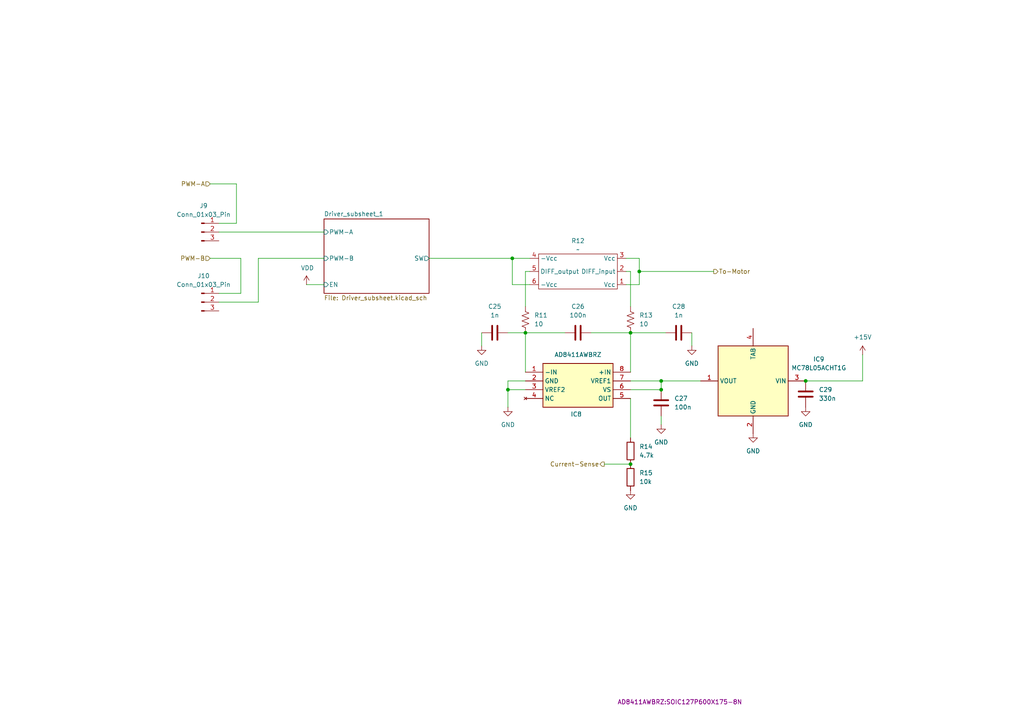
<source format=kicad_sch>
(kicad_sch (version 20231120) (generator "eeschema") (generator_version "8.0")
  (paper "A4")
  (lib_symbols
    (symbol "AD8411AWBRZ:AD8411AWBRZ"
      (property "Reference" "IC" (at 26.67 7.62 0))
      (property "Value" "AD8411AWBRZ" (at 26.67 5.08 0))
      (symbol "AD8411AWBRZ_1_1"
        (rectangle (start 5.08 2.54) (end 25.4 -10.16) (stroke (width 0.254)) (fill (type background)))
        (pin passive line (at 0 0 0) (length 5.08) (name "-IN") (number "1"))
        (pin passive line (at 0 -2.54 0) (length 5.08) (name "GND") (number "2"))
        (pin passive line (at 0 -5.08 0) (length 5.08) (name "VREF2") (number "3"))
        (pin no_connect line (at 0 -7.62 0) (length 5.08) (name "NC") (number "4"))
        (pin passive line (at 30.48 -7.62 180) (length 5.08) (name "OUT") (number "5"))
        (pin passive line (at 30.48 -5.08 180) (length 5.08) (name "VS") (number "6"))
        (pin passive line (at 30.48 -2.54 180) (length 5.08) (name "VREF1") (number "7"))
        (pin passive line (at 30.48 0 180) (length 5.08) (name "+IN") (number "8"))
      )
    )
    (symbol "Connector:Conn_01x03_Pin" (pin_names (offset 1.016) hide)
      (property "Reference" "J" (at 0 5.08 0))
      (property "Value" "Conn_01x03_Pin" (at 0 -5.08 0))
      (symbol "Conn_01x03_Pin_1_1"
        (polyline (pts (xy 1.27 -2.54) (xy 0.8636 -2.54)) (stroke (width 0.1524)))
        (polyline (pts (xy 1.27 0) (xy 0.8636 0)) (stroke (width 0.1524)))
        (polyline (pts (xy 1.27 2.54) (xy 0.8636 2.54)) (stroke (width 0.1524)))
        (rectangle (start 0.8636 -2.413) (end 0 -2.667) (stroke (width 0.1524)) (fill (type outline)))
        (rectangle (start 0.8636 0.127) (end 0 -0.127) (stroke (width 0.1524)) (fill (type outline)))
        (rectangle (start 0.8636 2.667) (end 0 2.413) (stroke (width 0.1524)) (fill (type outline)))
        (pin passive line (at 5.08 2.54 180) (length 3.81) (name "Pin_1") (number "1"))
        (pin passive line (at 5.08 0 180) (length 3.81) (name "Pin_2") (number "2"))
        (pin passive line (at 5.08 -2.54 180) (length 3.81) (name "Pin_3") (number "3"))
      )
    )
    (symbol "Device:C" (pin_numbers hide) (pin_names (offset 0.254))
      (property "Reference" "C" (at 0.635 2.54 0))
      (property "Value" "C" (at 0.635 -2.54 0))
      (symbol "C_0_1"
        (polyline (pts (xy -2.032 -0.762) (xy 2.032 -0.762)) (stroke (width 0.508)))
        (polyline (pts (xy -2.032 0.762) (xy 2.032 0.762)) (stroke (width 0.508)))
      )
      (symbol "C_1_1"
        (pin passive line (at 0 3.81 270) (length 2.794) (name "~") (number "1"))
        (pin passive line (at 0 -3.81 90) (length 2.794) (name "~") (number "2"))
      )
    )
    (symbol "Device:R" (pin_numbers hide) (pin_names (offset 0))
      (property "Reference" "R" (at 2.032 0 90))
      (property "Value" "R" (at 0 0 90))
      (symbol "R_0_1"
        (rectangle (start -1.016 -2.54) (end 1.016 2.54) (stroke (width 0.254)))
      )
      (symbol "R_1_1"
        (pin passive line (at 0 3.81 270) (length 1.27) (name "~") (number "1"))
        (pin passive line (at 0 -3.81 90) (length 1.27) (name "~") (number "2"))
      )
    )
    (symbol "Device:R_US" (pin_numbers hide) (pin_names (offset 0))
      (property "Reference" "R" (at 2.54 0 90))
      (property "Value" "R_US" (at -2.54 0 90))
      (symbol "R_US_0_1"
        (polyline (pts (xy 0 -2.286) (xy 0 -2.54)))
        (polyline (pts (xy 0 2.286) (xy 0 2.54)))
        (polyline (pts (xy 0 -0.762) (xy 1.016 -1.143) (xy 0 -1.524) (xy -1.016 -1.905) (xy 0 -2.286)))
        (polyline (pts (xy 0 0.762) (xy 1.016 0.381) (xy 0 0) (xy -1.016 -0.381) (xy 0 -0.762)))
        (polyline (pts (xy 0 2.286) (xy 1.016 1.905) (xy 0 1.524) (xy -1.016 1.143) (xy 0 0.762)))
      )
      (symbol "R_US_1_1"
        (pin passive line (at 0 3.81 270) (length 1.27) (name "~") (number "1"))
        (pin passive line (at 0 -3.81 90) (length 1.27) (name "~") (number "2"))
      )
    )
    (symbol "MC78L05ACHT1G:MC78L05ACHT1G"
      (property "Reference" "IC" (at 26.67 15.24 0))
      (property "Value" "MC78L05ACHT1G" (at 26.67 12.7 0))
      (symbol "MC78L05ACHT1G_1_1"
        (rectangle (start 5.08 10.16) (end 25.4 -10.16) (stroke (width 0.254)) (fill (type background)))
        (pin passive line (at 0 0 0) (length 5.08) (name "VOUT") (number "1"))
        (pin passive line (at 15.24 -15.24 90) (length 5.08) (name "GND") (number "2"))
        (pin passive line (at 30.48 0 180) (length 5.08) (name "VIN") (number "3"))
        (pin passive line (at 15.24 15.24 270) (length 5.08) (name "TAB") (number "4"))
      )
    )
    (symbol "R_m_schematic_Library:Rm"
      (property "Reference" "R" (at 0 8.636 0))
      (symbol "Rm_1_1"
        (rectangle (start -11.43 11.43) (end 11.43 1.27))
        (pin bidirectional line (at -13.97 10.16 0) (length 2.54) (name "Vcc") (number "1"))
        (pin bidirectional line (at -13.97 6.35 0) (length 2.54) (name "DIFF_input") (number "2"))
        (pin bidirectional line (at -13.97 2.54 0) (length 2.54) (name "Vcc") (number "3"))
        (pin bidirectional line (at 13.97 2.54 180) (length 2.54) (name "-Vcc") (number "4"))
        (pin bidirectional line (at 13.97 6.35 180) (length 2.54) (name "DIFF_output") (number "5"))
        (pin bidirectional line (at 13.97 10.16 180) (length 2.54) (name "-Vcc") (number "6"))
      )
    )
    (symbol "power:+15V" (power) (pin_numbers hide) (pin_names (offset 0) hide)
      (property "Value" "+15V" (at 0 3.556 0))
      (symbol "+15V_0_1"
        (polyline (pts (xy -0.762 1.27) (xy 0 2.54)))
        (polyline (pts (xy 0 0) (xy 0 2.54)))
        (polyline (pts (xy 0 2.54) (xy 0.762 1.27)))
      )
      (symbol "+15V_1_1"
        (pin power_in line (at 0 0 90) (length 0) (name "~") (number "1"))
      )
    )
    (symbol "power:GND" (power) (pin_numbers hide) (pin_names (offset 0) hide)
      (property "Value" "GND" (at 0 -3.81 0))
      (symbol "GND_0_1"
        (polyline (pts (xy 0 0) (xy 0 -1.27) (xy 1.27 -1.27) (xy 0 -2.54) (xy -1.27 -1.27) (xy 0 -1.27)))
      )
      (symbol "GND_1_1"
        (pin power_in line (at 0 0 270) (length 0) (name "~") (number "1"))
      )
    )
    (symbol "power:VDD" (power) (pin_numbers hide) (pin_names (offset 0) hide)
      (property "Value" "VDD" (at 0 3.556 0))
      (symbol "VDD_0_1"
        (polyline (pts (xy -0.762 1.27) (xy 0 2.54)))
        (polyline (pts (xy 0 0) (xy 0 2.54)))
        (polyline (pts (xy 0 2.54) (xy 0.762 1.27)))
      )
      (symbol "VDD_1_1"
        (pin power_in line (at 0 0 90) (length 0) (name "~") (number "1"))
      )
    )
  )
  (junction (at 148.59 74.93))
  (junction (at 191.77 113.03))
  (junction (at 152.4 96.52))
  (junction (at 233.68 110.49))
  (junction (at 191.77 110.49))
  (junction (at 185.42 78.74))
  (junction (at 182.88 96.52))
  (junction (at 182.88 134.62))
  (junction (at 147.32 113.03))
  (wire (pts (xy 147.32 110.49) (xy 147.32 113.03)))
  (wire (pts (xy 74.93 74.93) (xy 74.93 87.63)))
  (wire (pts (xy 124.46 74.93) (xy 148.59 74.93)))
  (wire (pts (xy 152.4 78.74) (xy 153.67 78.74)))
  (wire (pts (xy 175.26 134.62) (xy 182.88 134.62)))
  (wire (pts (xy 153.67 82.55) (xy 148.59 82.55)))
  (wire (pts (xy 163.83 96.52) (xy 152.4 96.52)))
  (wire (pts (xy 147.32 113.03) (xy 147.32 118.11)))
  (wire (pts (xy 185.42 74.93) (xy 185.42 78.74)))
  (wire (pts (xy 182.88 96.52) (xy 182.88 107.95)))
  (wire (pts (xy 152.4 96.52) (xy 152.4 107.95)))
  (wire (pts (xy 182.88 96.52) (xy 193.04 96.52)))
  (wire (pts (xy 191.77 110.49) (xy 203.2 110.49)))
  (wire (pts (xy 250.19 102.87) (xy 250.19 110.49)))
  (wire (pts (xy 185.42 78.74) (xy 185.42 82.55)))
  (wire (pts (xy 191.77 113.03) (xy 191.77 110.49)))
  (wire (pts (xy 60.96 53.34) (xy 68.58 53.34)))
  (wire (pts (xy 93.98 74.93) (xy 74.93 74.93)))
  (wire (pts (xy 181.61 74.93) (xy 185.42 74.93)))
  (wire (pts (xy 171.45 96.52) (xy 182.88 96.52)))
  (wire (pts (xy 74.93 87.63) (xy 63.5 87.63)))
  (wire (pts (xy 182.88 115.57) (xy 182.88 127)))
  (wire (pts (xy 191.77 120.65) (xy 191.77 123.19)))
  (wire (pts (xy 182.88 110.49) (xy 191.77 110.49)))
  (wire (pts (xy 68.58 53.34) (xy 68.58 64.77)))
  (wire (pts (xy 148.59 74.93) (xy 148.59 82.55)))
  (wire (pts (xy 185.42 82.55) (xy 181.61 82.55)))
  (wire (pts (xy 182.88 88.9) (xy 182.88 78.74)))
  (wire (pts (xy 182.88 78.74) (xy 181.61 78.74)))
  (wire (pts (xy 60.96 74.93) (xy 69.85 74.93)))
  (wire (pts (xy 250.19 110.49) (xy 233.68 110.49)))
  (wire (pts (xy 63.5 67.31) (xy 93.98 67.31)))
  (wire (pts (xy 152.4 88.9) (xy 152.4 78.74)))
  (wire (pts (xy 68.58 64.77) (xy 63.5 64.77)))
  (wire (pts (xy 185.42 78.74) (xy 207.01 78.74)))
  (wire (pts (xy 147.32 96.52) (xy 152.4 96.52)))
  (wire (pts (xy 152.4 113.03) (xy 147.32 113.03)))
  (wire (pts (xy 63.5 85.09) (xy 69.85 85.09)))
  (wire (pts (xy 139.7 96.52) (xy 139.7 100.33)))
  (wire (pts (xy 200.66 96.52) (xy 200.66 100.33)))
  (wire (pts (xy 152.4 110.49) (xy 147.32 110.49)))
  (wire (pts (xy 148.59 74.93) (xy 153.67 74.93)))
  (wire (pts (xy 69.85 74.93) (xy 69.85 85.09)))
  (wire (pts (xy 88.9 82.55) (xy 93.98 82.55)))
  (wire (pts (xy 182.88 113.03) (xy 191.77 113.03)))
  (hierarchical_label "PWM-B" (shape input) (at 60.96 74.93 180))
  (hierarchical_label "To-Motor" (shape output) (at 207.01 78.74 0))
  (hierarchical_label "Current-Sense" (shape output) (at 175.26 134.62 180))
  (hierarchical_label "PWM-A" (shape input) (at 60.96 53.34 180))
  (symbol (lib_id "Device:C") (at 143.51 96.52 90) (unit 1)
    (property "Reference" "C25" (at 143.51 88.9 90))
    (property "Value" "1n" (at 143.51 91.44 90))
    (property "Footprint" "Capacitor_SMD:C_0805_2012Metric" (effects (hide yes)))
    (property "Description" "Unpolarized capacitor" (effects (hide yes)))
    (instances (project "ESC_Texas" (path "" (reference "C25") (unit 1)) (path "" (reference "C20") (unit 1)) (path "" (reference "C15") (unit 1))))
  )
  (symbol (lib_id "Connector:Conn_01x03_Pin") (at 58.42 67.31 0) (unit 1)
    (property "Reference" "J9" (at 59.055 59.69 0))
    (property "Value" "Conn_01x03_Pin" (at 59.055 62.23 0))
    (property "Footprint" "Connector_PinHeader_2.54mm:PinHeader_1x03_P2.54mm_Vertical" (effects (hide yes)))
    (property "Description" "Generic connector, single row, 01x03, script generated" (effects (hide yes)))
    (instances (project "ESC_Texas" (path "" (reference "J9") (unit 1)) (path "" (reference "J7") (unit 1)) (path "" (reference "J5") (unit 1))))
  )
  (symbol (lib_id "power:GND") (at 233.68 118.11 0) (unit 1)
    (property "Reference" "#PWR065" (effects (hide yes)))
    (property "Value" "GND" (at 233.68 123.19 0))
    (property "Description" "Power symbol creates a global label with name \"GND\" , ground" (effects (hide yes)))
    (instances (project "ESC_Texas" (path "" (reference "#PWR065") (unit 1)) (path "" (reference "#PWR046") (unit 1)) (path "" (reference "#PWR037") (unit 1))))
  )
  (symbol (lib_id "power:GND") (at 139.7 100.33 0) (unit 1)
    (property "Reference" "#PWR059" (effects (hide yes)))
    (property "Value" "GND" (at 139.7 105.41 0))
    (property "Description" "Power symbol creates a global label with name \"GND\" , ground" (effects (hide yes)))
    (instances (project "ESC_Texas" (path "" (reference "#PWR059") (unit 1)) (path "" (reference "#PWR040") (unit 1)) (path "" (reference "#PWR031") (unit 1))))
  )
  (symbol (lib_id "Device:C") (at 233.68 114.3 180) (unit 1)
    (property "Reference" "C29" (at 237.49 113.0299 0) (effects (justify right)))
    (property "Value" "330n" (at 237.49 115.5699 0) (effects (justify right)))
    (property "Footprint" "Capacitor_SMD:C_0805_2012Metric" (effects (hide yes)))
    (property "Description" "Unpolarized capacitor" (effects (hide yes)))
    (instances (project "ESC_Texas" (path "" (reference "C29") (unit 1)) (path "" (reference "C24") (unit 1)) (path "" (reference "C19") (unit 1))))
  )
  (symbol (lib_id "power:GND") (at 191.77 123.19 0) (unit 1)
    (property "Reference" "#PWR062" (effects (hide yes)))
    (property "Value" "GND" (at 191.77 128.27 0))
    (property "Description" "Power symbol creates a global label with name \"GND\" , ground" (effects (hide yes)))
    (instances (project "ESC_Texas" (path "" (reference "#PWR062") (unit 1)) (path "" (reference "#PWR043") (unit 1)) (path "" (reference "#PWR034") (unit 1))))
  )
  (symbol (lib_id "Device:C") (at 191.77 116.84 0) (unit 1)
    (property "Reference" "C27" (at 195.58 115.5699 0) (effects (justify left)))
    (property "Value" "100n" (at 195.58 118.1099 0) (effects (justify left)))
    (property "Footprint" "Capacitor_SMD:C_0805_2012Metric" (effects (hide yes)))
    (property "Description" "Unpolarized capacitor" (effects (hide yes)))
    (instances (project "ESC_Texas" (path "" (reference "C27") (unit 1)) (path "" (reference "C22") (unit 1)) (path "" (reference "C17") (unit 1))))
  )
  (symbol (lib_id "Connector:Conn_01x03_Pin") (at 58.42 87.63 0) (unit 1)
    (property "Reference" "J10" (at 59.055 80.01 0))
    (property "Value" "Conn_01x03_Pin" (at 59.055 82.55 0))
    (property "Footprint" "Connector_PinHeader_2.54mm:PinHeader_1x03_P2.54mm_Vertical" (effects (hide yes)))
    (property "Description" "Generic connector, single row, 01x03, script generated" (effects (hide yes)))
    (instances (project "ESC_Texas" (path "" (reference "J10") (unit 1)) (path "" (reference "J8") (unit 1)) (path "" (reference "J6") (unit 1))))
  )
  (symbol (lib_id "Device:R") (at 182.88 130.81 0) (unit 1)
    (property "Reference" "R14" (at 185.42 129.5399 0) (effects (justify left)))
    (property "Value" "4.7k" (at 185.42 132.0799 0) (effects (justify left)))
    (property "Footprint" "Resistor_SMD:R_0805_2012Metric" (effects (hide yes)))
    (property "Description" "Resistor" (effects (hide yes)))
    (instances (project "ESC_Texas" (path "" (reference "R14") (unit 1)) (path "" (reference "R9") (unit 1)) (path "" (reference "R4") (unit 1))))
  )
  (symbol (lib_id "power:GND") (at 182.88 142.24 0) (unit 1)
    (property "Reference" "#PWR061" (effects (hide yes)))
    (property "Value" "GND" (at 182.88 147.32 0))
    (property "Description" "Power symbol creates a global label with name \"GND\" , ground" (effects (hide yes)))
    (instances (project "ESC_Texas" (path "" (reference "#PWR061") (unit 1)) (path "" (reference "#PWR042") (unit 1)) (path "" (reference "#PWR033") (unit 1))))
  )
  (symbol (lib_id "power:VDD") (at 88.9 82.55 0) (unit 1)
    (property "Reference" "#PWR058" (effects (hide yes)))
    (property "Value" "VDD" (at 89.154 77.724 0))
    (property "Description" "Power symbol creates a global label with name \"VDD\"" (effects (hide yes)))
    (instances (project "ESC_Texas" (path "" (reference "#PWR058") (unit 1)) (path "" (reference "#PWR039") (unit 1)) (path "" (reference "#PWR030") (unit 1))))
  )
  (symbol (lib_id "Device:R_US") (at 152.4 92.71 0) (unit 1)
    (property "Reference" "R11" (at 154.94 91.4399 0) (effects (justify left)))
    (property "Value" "10" (at 154.94 93.9799 0) (effects (justify left)))
    (property "Footprint" "Resistor_SMD:R_0805_2012Metric" (effects (hide yes)))
    (property "Description" "Resistor, US symbol" (effects (hide yes)))
    (instances (project "ESC_Texas" (path "" (reference "R11") (unit 1)) (path "" (reference "R6") (unit 1)) (path "" (reference "R1") (unit 1))))
  )
  (symbol (lib_id "Device:C") (at 196.85 96.52 90) (unit 1)
    (property "Reference" "C28" (at 196.85 88.9 90))
    (property "Value" "1n" (at 196.85 91.44 90))
    (property "Footprint" "Capacitor_SMD:C_0805_2012Metric" (effects (hide yes)))
    (property "Description" "Unpolarized capacitor" (effects (hide yes)))
    (instances (project "ESC_Texas" (path "" (reference "C28") (unit 1)) (path "" (reference "C23") (unit 1)) (path "" (reference "C18") (unit 1))))
  )
  (symbol (lib_id "Device:C") (at 167.64 96.52 90) (unit 1)
    (property "Reference" "C26" (at 167.64 88.9 90))
    (property "Value" "100n" (at 167.64 91.44 90))
    (property "Footprint" "Capacitor_SMD:C_0805_2012Metric" (effects (hide yes)))
    (property "Description" "Unpolarized capacitor" (effects (hide yes)))
    (instances (project "ESC_Texas" (path "" (reference "C26") (unit 1)) (path "" (reference "C21") (unit 1)) (path "" (reference "C16") (unit 1))))
  )
  (symbol (lib_id "R_m_schematic_Library:Rm") (at 167.64 72.39 180) (unit 1)
    (property "Reference" "R12" (at 167.64 69.85 0))
    (property "Value" "~" (at 167.64 72.39 0))
    (property "Footprint" "R_m:R_m" (effects (hide yes)))
    (instances (project "ESC_Texas" (path "" (reference "R12") (unit 1)) (path "" (reference "R7") (unit 1)) (path "" (reference "R2") (unit 1))))
  )
  (symbol (lib_id "power:GND") (at 147.32 118.11 0) (unit 1)
    (property "Reference" "#PWR060" (effects (hide yes)))
    (property "Value" "GND" (at 147.32 123.19 0))
    (property "Description" "Power symbol creates a global label with name \"GND\" , ground" (effects (hide yes)))
    (instances (project "ESC_Texas" (path "" (reference "#PWR060") (unit 1)) (path "" (reference "#PWR041") (unit 1)) (path "" (reference "#PWR032") (unit 1))))
  )
  (symbol (lib_id "AD8411AWBRZ:AD8411AWBRZ") (at 152.4 107.95 0) (unit 1)
    (property "Reference" "IC8" (at 167.132 120.142 0))
    (property "Value" "AD8411AWBRZ" (at 167.64 102.87 0))
    (property "Footprint" "AD8411AWBRZ:SOIC127P600X175-8N" (at 179.07 202.87 0) (effects (justify left top)))
    (property "Datasheet" "https://www.analog.com/AD8411A/datasheet" (effects (hide yes)))
    (property "Description" "-2 V to 70 V Wide Input Voltage Range, 2.7 MHz High Bandwidth, Current-Sense Amplifier with PWM Rejection and Gain 50 V/V" (effects (hide yes)))
    (property "Height" "1.75" (effects (hide yes)))
    (property "Mouser Part Number" "584-AD8411AWBRZ" (effects (hide yes)))
    (property "Mouser Price/Stock" "https://www.mouser.co.uk/ProductDetail/Analog-Devices/AD8411AWBRZ?qs=Imq1NPwxi74eLUvkKTngDw%3D%3D" (effects (hide yes)))
    (property "Manufacturer_Name" "Analog Devices" (effects (hide yes)))
    (property "Manufacturer_Part_Number" "AD8411AWBRZ" (effects (hide yes)))
    (instances (project "ESC_Texas" (path "" (reference "IC8") (unit 1)) (path "" (reference "IC5") (unit 1)) (path "" (reference "IC3") (unit 1))))
  )
  (symbol (lib_id "MC78L05ACHT1G:MC78L05ACHT1G") (at 203.2 110.49 0) (unit 1)
    (property "Reference" "IC9" (at 237.49 104.1714 0))
    (property "Value" "MC78L05ACHT1G" (at 237.49 106.7114 0))
    (property "Footprint" "MC78L05ACHT1G:MC78L05ACHX_1" (effects (hide yes)))
    (property "Datasheet" "https://www.onsemi.com/pub/Collateral/MC78L00A-D.PDF" (effects (hide yes)))
    (property "Description" "Linear Voltage Regulators ANA 100MA 5V VREG" (effects (hide yes)))
    (property "Manufacturer_Name" "onsemi" (effects (hide yes)))
    (property "Manufacturer_Part_Number" "MC78L05ACHT1G" (effects (hide yes)))
    (instances (project "ESC_Texas" (path "" (reference "IC9") (unit 1)) (path "" (reference "IC6") (unit 1)) (path "" (reference "IC4") (unit 1))))
  )
  (symbol (lib_id "power:GND") (at 200.66 100.33 0) (unit 1)
    (property "Reference" "#PWR063" (effects (hide yes)))
    (property "Value" "GND" (at 200.66 105.41 0))
    (property "Description" "Power symbol creates a global label with name \"GND\" , ground" (effects (hide yes)))
    (instances (project "ESC_Texas" (path "" (reference "#PWR063") (unit 1)) (path "" (reference "#PWR044") (unit 1)) (path "" (reference "#PWR035") (unit 1))))
  )
  (symbol (lib_id "power:GND") (at 218.44 125.73 0) (unit 1)
    (property "Reference" "#PWR064" (effects (hide yes)))
    (property "Value" "GND" (at 218.44 130.81 0))
    (property "Description" "Power symbol creates a global label with name \"GND\" , ground" (effects (hide yes)))
    (instances (project "ESC_Texas" (path "" (reference "#PWR064") (unit 1)) (path "" (reference "#PWR045") (unit 1)) (path "" (reference "#PWR036") (unit 1))))
  )
  (symbol (lib_id "Device:R") (at 182.88 138.43 0) (unit 1)
    (property "Reference" "R15" (at 185.42 137.1599 0) (effects (justify left)))
    (property "Value" "10k" (at 185.42 139.6999 0) (effects (justify left)))
    (property "Footprint" "Resistor_SMD:R_0805_2012Metric" (effects (hide yes)))
    (property "Description" "Resistor" (effects (hide yes)))
    (instances (project "ESC_Texas" (path "" (reference "R15") (unit 1)) (path "" (reference "R10") (unit 1)) (path "" (reference "R5") (unit 1))))
  )
  (symbol (lib_id "Device:R_US") (at 182.88 92.71 0) (unit 1)
    (property "Reference" "R13" (at 185.42 91.4399 0) (effects (justify left)))
    (property "Value" "10" (at 185.42 93.9799 0) (effects (justify left)))
    (property "Footprint" "Resistor_SMD:R_0805_2012Metric" (effects (hide yes)))
    (property "Description" "Resistor, US symbol" (effects (hide yes)))
    (instances (project "ESC_Texas" (path "" (reference "R13") (unit 1)) (path "" (reference "R8") (unit 1)) (path "" (reference "R3") (unit 1))))
  )
  (symbol (lib_id "power:+15V") (at 250.19 102.87 0) (unit 1)
    (property "Reference" "#PWR066" (effects (hide yes)))
    (property "Value" "+15V" (at 250.19 97.79 0))
    (property "Description" "Power symbol creates a global label with name \"+15V\"" (effects (hide yes)))
    (instances (project "ESC_Texas" (path "" (reference "#PWR066") (unit 1)) (path "" (reference "#PWR047") (unit 1)) (path "" (reference "#PWR038") (unit 1))))
  )
  (sheet (at 93.98 63.5) (size 30.48 21.59) (stroke (width 0.1524))
    (property "Sheetname" "Driver_subsheet_1" (at 93.98 62.7884 0) (effects (justify left bottom)))
    (property "Sheetfile" "Driver_subsheet.kicad_sch" (at 93.98 85.6746 0) (effects (justify left top)))
    (pin "PWM-B" input (at 93.98 74.93 180))
    (pin "PWM-A" input (at 93.98 67.31 180))
    (pin "SW" output (at 124.46 74.93 0))
    (pin "EN" input (at 93.98 82.55 180))
  )
)
</source>
